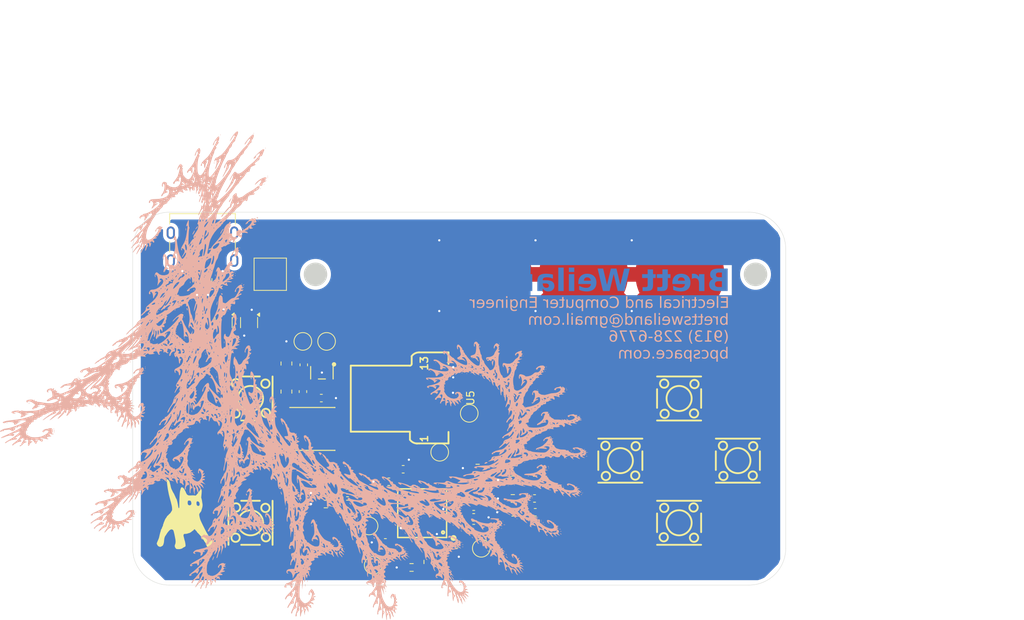
<source format=kicad_pcb>
(kicad_pcb (version 20241229) (generator "pcbnew") (generator_version "9.0")
  (layers (0 "F.Cu" signal) (2 "B.Cu" signal) (13 "F.Paste" user) (15 "B.Paste" user) (5 "F.SilkS" user "F.Silkscreen") (7 "B.SilkS" user "B.Silkscreen") (1 "F.Mask" user) (3 "B.Mask" user) (25 "Edge.Cuts" user))
  (net 0 "")
  (net 1 "GND")
  (net 2 "+3V0")
  (net 3 "Net-(U4-VBAT)")
  (net 4 "Net-(C13-Pad1)")
  (net 5 "Net-(C14-Pad1)")
  (net 6 "Net-(C15-Pad1)")
  (net 7 "Net-(C16-Pad1)")
  (net 8 "Net-(C17-Pad1)")
  (net 9 "Net-(C18-Pad1)")
  (net 10 "Net-(U2-VIN)")
  (net 11 "in_button_a")
  (net 12 "Net-(U4-BOOT0)")
  (net 13 "in_button_b")
  (net 14 "in_button_down")
  (net 15 "in_button_left")
  (net 16 "in_button_right")
  (net 17 "in_button_up")
  (net 18 "unregulated_vcc")
  (net 19 "Net-(U1-FB)")
  (net 20 "spi1_sck")
  (net 21 "Net-(J1-CC1)")
  (net 22 "spi1_mosi")
  (net 23 "Net-(U2-~{CE})")
  (net 24 "Net-(J1-CC2)")
  (net 25 "power_info")
  (net 33 "lcd_reset")
  (net 39 "Net-(U1-SW)")
  (net 45 "Net-(R10-Pad1)")
  (net 49 "spi1_miso")
  (net 53 "lcd_dataselect")
  (net 55 "lcd_cs")
  (net 59 "Net-(U4-NRST)")
  (net 60 "Net-(U4-PA14)")
  (net 61 "Net-(U4-PA13)")
  (footprint "LOGO" (layer "F.Cu") (at 139.84371 122.678069)
    (property "Reference" "G***" (hide yes))
    (property "Value" "LOGO" (hide yes))
  )
  (footprint "Capacitor_SMD:C_0603_1608Metric" (layer "F.Cu") (at 187.369442 122.41021)
    (property "Reference" "C14" (hide yes))
    (property "Value" "2.2uF" (hide yes))
  )
  (footprint "Capacitor_SMD:C_0603_1608Metric" (layer "F.Cu") (at 167.433349 118.253643 180)
    (property "Reference" "C4" (hide yes))
    (property "Value" "100nF" (hide yes))
  )
  (footprint "easyeda2kicad:SW-SMD_4P-L6.0-W6.0-P4.50-LS8.6" (layer "F.Cu") (at 206.951133 106.915534)
    (property "Reference" "b_up1" (hide yes))
    (property "Value" "TSD003A04126A02" (hide yes))
  )
  (footprint "TestPoint:TestPoint_Pad_4.0x4.0mm" (layer "F.Cu") (at 151.296213 89.989223)
    (property "Reference" "TP1" (hide yes))
    (property "Value" "675_positive" (hide yes))
  )
  (footprint "TestPoint:TestPoint_Pad_D2.0mm" (layer "F.Cu") (at 158.963914 99.135976)
    (property "Reference" "unreg_vcc1" (hide yes))
    (property "Value" "unreg_vcc" (hide yes))
  )
  (footprint "Capacitor_SMD:C_0603_1608Metric" (layer "F.Cu") (at 187.273159 120.535261)
    (property "Reference" "C16" (hide yes))
    (property "Value" "2.2uF" (hide yes))
  )
  (footprint "TestPoint:TestPoint_Pad_D2.0mm" (layer "F.Cu") (at 164.750573 124.284125)
    (property "Reference" "SWDIO1" (hide yes))
    (property "Value" "SWDIO" (hide yes))
  )
  (footprint "easyeda2kicad:SOT-23-5_L3.0-W1.7-P0.95-LS2.8-BL" (layer "F.Cu") (at 158.325688 103.405065 180)
    (property "Reference" "U1" (hide yes))
    (property "Value" "MT9216" (hide yes))
  )
  (footprint "Resistor_SMD:R_0603_1608Metric" (layer "F.Cu") (at 174.948734 129.933381)
    (property "Reference" "R10" (hide yes))
    (property "Value" "0" (hide yes))
  )
  (footprint "Capacitor_SMD:C_0603_1608Metric" (layer "F.Cu") (at 176.686855 126.779815)
    (property "Reference" "C12" (hide yes))
    (property "Value" "100nF" (hide yes))
  )
  (footprint "easyeda2kicad:OLED-SMD_ST7735S" (layer "F.Cu") (at 177.014466 106.835534 -90)
    (property "Reference" "U5")
    (property "Value" "N096-1608TBBIG11-H13" (hide yes))
  )
  (footprint "Capacitor_SMD:C_0603_1608Metric" (layer "F.Cu") (at 178.99165 124.571621)
    (property "Reference" "C11" (hide yes))
    (property "Value" ".1uF" (hide yes))
  )
  (footprint "Resistor_SMD:R_0603_1608Metric" (layer "F.Cu") (at 170.530995 129.935313 180)
    (property "Reference" "R11" (hide yes))
    (property "Value" "0" (hide yes))
  )
  (footprint "Package_TO_SOT_SMD:SOT-363_SC-70-6" (layer "F.Cu") (at 148.414155 96.574097 -90)
    (property "Reference" "U3" (hide yes))
    (property "Value" "LM66100DCK" (hide yes))
  )
  (footprint "Resistor_SMD:R_0805_2012Metric" (layer "F.Cu") (at 153.498188 102.147565 90)
    (property "Reference" "R4" (hide yes))
    (property "Value" "100k .01%" (hide yes))
  )
  (footprint "Resistor_SMD:R_0603_1608Metric" (layer "F.Cu") (at 142.831133 90.805534 -90)
    (property "Reference" "R2" (hide yes))
    (property "Value" "5.1k")
  )
  (footprint "Capacitor_SMD:C_0603_1608Metric" (layer "F.Cu") (at 182.485179 116.39855)
    (property "Reference" "C13" (hide yes))
    (property "Value" "2.2uF" (hide yes))
  )
  (footprint "Resistor_SMD:R_0805_2012Metric" (layer "F.Cu") (at 153.498188 105.972565 90)
    (property "Reference" "R3" (hide yes))
    (property "Value" "400k 1%" (hide yes))
  )
  (footprint "Capacitor_SMD:C_0603_1608Metric" (layer "F.Cu") (at 178.99165 121.651621 180)
    (property "Reference" "C8" (hide yes))
    (property "Value" "2.2uF" (hide yes))
  )
  (footprint "Resistor_SMD:R_0603_1608Metric" (layer "F.Cu") (at 184.313159 120.535261)
    (property "Reference" "R9" (hide yes))
    (property "Value" "1k" (hide yes))
  )
  (footprint "Resistor_SMD:R_0603_1608Metric" (layer "F.Cu") (at 158.859256 121.286002)
    (property "Reference" "R13" (hide yes))
    (property "Value" "1k" (hide yes))
  )
  (footprint "Capacitor_SMD:C_0603_1608Metric" (layer "F.Cu") (at 187.257004 118.016635)
    (property "Reference" "C15" (hide yes))
    (property "Value" "2.2uF" (hide yes))
  )
  (footprint "easyeda2kicad:SW-SMD_4P-L6.0-W6.0-P4.50-LS8.6" (layer "F.Cu") (at 214.951133 115.382201)
    (property "Reference" "b_left1" (hide yes))
    (property "Value" "TSD003A04126A02" (hide yes))
  )
  (footprint "Capacitor_SMD:C_0603_1608Metric" (layer "F.Cu") (at 178.99165 123.111621)
    (property "Reference" "C5" (hide yes))
    (property "Value" "100nF" (hide yes))
  )
  (footprint "easyeda2kicad:SW-SMD_4P-L6.0-W6.0-P4.50-LS8.6" (layer "F.Cu") (at 198.951133 115.382201)
    (property "Reference" "b_right1" (hide yes))
    (property "Value" "TSD003A04126A02" (hide yes))
  )
  (footprint "Resistor_SMD:R_0603_1608Metric" (layer "F.Cu") (at 158.853042 119.7874)
    (property "Reference" "R12" (hide yes))
    (property "Value" "1k" (hide yes))
  )
  (footprint "Capacitor_SMD:C_0603_1608Metric" (layer "F.Cu") (at 161.813042 119.7874)
    (property "Reference" "C17" (hide yes))
    (property "Value" "2.2uF" (hide yes))
  )
  (footprint "LOGO" (layer "F.Cu") (at 139.84371 112.108205)
    (property "Reference" "G***" (hide yes))
    (property "Value" "LOGO" (hide yes))
  )
  (footprint "Resistor_SMD:R_0603_1608Metric" (layer "F.Cu") (at 184.409442 122.41021)
    (property "Reference" "R6" (hide yes))
    (property "Value" "1k" (hide yes))
  )
  (footprint "TestPoint:TestPoint_Pad_D2.0mm" (layer "F.Cu") (at 174.362663 114.235371)
    (property "Reference" "TP_mosi1" (hide yes))
    (property "Value" "TestPoint" (hide yes))
  )
  (footprint "indigos_kicad_lib:SAMESKY_UJC-H-G-SMT-2-P6-TR" (layer "F.Cu") (at 142.074466 84.33 180)
    (property "Reference" "J1" (hide yes))
    (property "Value" "USB_C_Receptacle_PowerOnly_6P" (hide yes))
  )
  (footprint "Resistor_SMD:R_0603_1608Metric" (layer "F.Cu") (at 184.297004 118.016635)
    (property "Reference" "R7" (hide yes))
    (property "Value" "1k" (hide yes))
  )
  (footprint "TestPoint:TestPoint_Pad_D2.0mm" (layer "F.Cu") (at 180.021047 127.320001)
    (property "Reference" "tst_nrst1" (hide yes))
    (property "Value" "tst_nrst" (hide yes))
  )
  (footprint "TestPoint:TestPoint_Pad_D2.0mm" (layer "F.Cu") (at 155.734045 99.135976)
    (property "Reference" "TestPoint_gnd1" (hide yes))
    (property "Value" "TestPoint_gnd" (hide yes))
  )
  (footprint "Capacitor_SMD:C_0603_1608Metric" (layer "F.Cu") (at 169.388611 116.553306)
    (property "Reference" "C2" (hide yes))
    (property "Value" "10uF" (hide yes))
  )
  (footprint "TestPoint:TestPoint_Pad_D2.0mm" (layer "F.Cu") (at 178.381844 108.935534)
    (property "Reference" "TP_sck1" (hide yes))
    (property "Value" "TestPoint" (hide yes))
  )
  (footprint "Capacitor_SMD:C_0603_1608Metric" (layer "F.Cu") (at 161.819256 121.286002)
    (property "Reference" "C18" (hide yes))
    (property "Value" "2.2uF" (hide yes))
  )
  (footprint "easyeda2kicad:LQFP-48_L7.0-W7.0-P0.50-LS9.0-BL" (layer "F.Cu") (at 171.990878 122.534125 90)
    (property "Reference" "U4" (hide yes))
    (property "Value" "STM32F103C8T6" (hide yes))
  )
  (footprint "Capacitor_SMD:C_0603_1608Metric" (layer "F.Cu") (at 158.248188 106.860065)
    (property "Reference" "C10" (hide yes))
    (property "Value" "10uF" (hide yes))
  )
  (footprint "Library:battery_holder" (layer "F.Cu") (at 167.753529 90.00238)
    (property "Reference" "U6" (hide yes))
    (property "Value" "~" (hide yes))
    (fp_circle (center -10.3 0) (end -11.9 0) (fill yes) (layer "Edge.Cuts"))
    (fp_circle (center 49.6 0) (end 48 0) (fill yes) (layer "Edge.Cuts"))
  )
  (footprint "easyeda2kicad:SW-SMD_4P-L6.0-W6.0-P4.50-LS8.6" (layer "F.Cu") (at 148.607799 123.848868 90)
    (property "Reference" "b_b1" (hide yes))
    (property "Value" "TSD003A04126A02" (hide yes))
  )
  (footprint "easyeda2kicad:SW-SMD_4P-L6.0-W6.0-P4.50-LS8.6" (layer "F.Cu") (at 206.951133 123.848868 180)
    (property "Reference" "b_down1" (hide yes))
    (property "Value" "TSD003A04126A02" (hide yes))
  )
  (footprint "Resistor_SMD:R_0603_1608Metric" (layer "F.Cu") (at 179.525179 116.39855)
    (property "Reference" "R5" (hide yes))
    (property "Value" "1k" (hide yes))
  )
  (footprint "Capacitor_SMD:C_0603_1608Metric" (layer "F.Cu") (at 155.748188 105.972565 90)
    (property "Reference" "C9" (hide yes))
    (property "Value" "22pF" (hide yes))
  )
  (footprint "Package_TO_SOT_SMD:SOT-363_SC-70-6" (layer "F.Cu") (at 144.950255 96.574097 -90)
    (property "Reference" "U2" (hide yes))
    (property "Value" "LM66100DCK" (hide yes))
  )
  (footprint "TestPoint:TestPoint_Pad_D2.0mm" (layer "F.Cu") (at 165.303801 129.637235)
    (property "Reference" "SWCLK1" (hide yes))
    (property "Value" "SWCLK" (hide yes))
  )
  (footprint "Resistor_SMD:R_0603_1608Metric" (layer "F.Cu") (at 172.740878 129.182482 -90)
    (property "Reference" "R8" (hide yes))
    (property "Value" "10k" (hide yes))
  )
  (footprint "Capacitor_SMD:C_0603_1608Metric" (layer "F.Cu") (at 174.948724 128.478655)
    (property "Reference" "C6" (hide yes))
    (property "Value" "100nF" (hide yes))
  )
  (footprint "indigos_kicad_lib:IND-SMD_L5.8-W5.2" (layer "F.Cu") (at 157.098188 111.060065)
    (property "Reference" "L1" (hide yes))
    (property "Value" "4.7uH" (hide yes))
  )
  (footprint "easyeda2kicad:SW-SMD_4P-L6.0-W6.0-P4.50-LS8.6" (layer "F.Cu") (at 148.607799 106.915534 90)
    (property "Reference" "b_a1" (hide yes))
    (property "Value" "TSD003A04126A02" (hide yes))
  )
  (footprint "Capacitor_SMD:C_0603_1608Metric" (layer "F.Cu") (at 166.965878 126.518684 180)
    (property "Reference" "C3" (hide yes))
    (property "Value" "100nF" (hide yes))
  )
  (footprint "Capacitor_SMD:C_0603_1608Metric" (layer "F.Cu") (at 155.860751 102.332657 -90)
    (property "Reference" "C1" (hide yes))
    (property "Value" "10uF" (hide yes))
  )
  (footprint "Resistor_SMD:R_0603_1608Metric" (layer "F.Cu") (at 141.331133 90.805534 -90)
    (property "Reference" "R1" (hide yes))
    (property "Value" "5.1k")
  )
  (footprint "LOGO" (layer "B.Cu") (at 154.509245 103.675705 180)
    (property "Reference" "G***" (hide yes))
    (property "Value" "LOGO" (hide yes))
  )
  (gr_line (start 137.564466 132.335534) (end 216.464466 132.335534) (stroke (width 0.05)) (layer "Edge.Cuts"))
  (gr_arc (start 137.564466 132.335534) (mid 134.028932 130.871068) (end 132.564466 127.335534) (stroke (width 0.05)) (layer "Edge.Cuts"))
  (gr_line (start 132.564466 86.535534) (end 132.564466 127.335534) (stroke (width 0.05)) (layer "Edge.Cuts"))
  (gr_arc (start 216.464466 81.535534) (mid 220 83) (end 221.464466 86.535534) (stroke (width 0.05)) (layer "Edge.Cuts"))
  (gr_line (start 221.464466 127.335534) (end 221.464466 86.535534) (stroke (width 0.05)) (layer "Edge.Cuts"))
  (gr_line (start 216.464466 81.535534) (end 137.564466 81.535534) (stroke (width 0.05)) (layer "Edge.Cuts"))
  (gr_arc (start 132.564466 86.535534) (mid 134.028932 83) (end 137.564466 81.535534) (stroke (width 0.05)) (layer "Edge.Cuts"))
  (gr_arc (start 221.464466 127.335534) (mid 220 130.871068) (end 216.464466 132.335534) (stroke (width 0.05)) (layer "Edge.Cuts"))
  (gr_text "Brett Weiland" (at 213.949245 89.270705 -0) (layer "B.Cu") (effects (font (size 3 3) (thickness 0.2) (bold yes)) (justify left top mirror)))
  (gr_text "Electrical and Computer Engineer" (at 213.799245 93.070705 -0) (layer "B.SilkS") (effects (font (size 1.5 1.5)) (justify left top mirror)))
  (gr_text "brettsweiland@gmail.com" (at 213.739245 95.370705 -0) (layer "B.SilkS") (effects (font (size 1.5 1.5)) (justify left top mirror)))
  (gr_text "(913) 228-6776" (at 213.759245 97.670705 -0) (layer "B.SilkS") (effects (font (size 1.5 1.5)) (justify left top mirror)))
  (gr_text "bpcspace.com" (at 213.739245 99.970705 -0) (layer "B.SilkS") (effects (font (size 1.5 1.5)) (justify left top mirror)))
  (segment (start 182.407094 90.00238) (end 187.403529 94.998815) (width 2) (layer "F.Cu") (net 1))
  (segment (start 158.034256 121.286002) (end 156.851445 121.286002) (width 0.25) (layer "F.Cu") (net 1))
  (segment (start 180.853529 90.00238) (end 182.407094 90.00238) (width 2) (layer "F.Cu") (net 1))
  (segment (start 207.053529 90.00238) (end 205.499964 90.00238) (width 2) (layer "F.Cu") (net 1))
  (segment (start 169.307094 90.00238) (end 174.303529 94.998815) (width 2) (layer "F.Cu") (net 1))
  (segment (start 169.705995 129.935313) (end 168.508983 129.935313) (width 0.25) (layer "F.Cu") (net 1))
  (segment (start 179.76665 123.111621) (end 181.015522 123.111621) (width 0.25) (layer "F.Cu") (net 1))
  (segment (start 158.325688 102.255065) (end 158.325688 103.383231) (width 0.5) (layer "F.Cu") (net 1))
  (segment (start 193.953529 90.00238) (end 195.86673 90.00238) (width 2) (layer "F.Cu") (net 1))
  (segment (start 176.964712 128.478655) (end 175.723724 128.478655) (width 0.25) (layer "F.Cu") (net 1))
  (segment (start 179.76665 124.571621) (end 179.76665 123.111621) (width 0.25) (layer "F.Cu") (net 1))
  (segment (start 167.740878 124.784125) (end 166.946477 124.784125) (width 0.25) (layer "F.Cu") (net 1))
  (segment (start 167.753529 90.00238) (end 169.66673 90.00238) (width 2) (layer "F.Cu") (net 1))
  (segment (start 167.753529 90.00238) (end 169.307094 90.00238) (width 2) (layer "F.Cu") (net 1))
  (segment (start 169.740878 118.284125) (end 169.740878 116.976039) (width 0.25) (layer "F.Cu") (net 1))
  (segment (start 166.190878 126.518684) (end 165.117727 126.518684) (width 0.25) (layer "F.Cu") (net 1))
  (segment (start 205.140328 90.00238) (end 200.503529 85.365581) (width 2) (layer "F.Cu") (net 1))
  (segment (start 148.414155 95.187973) (end 148.414155 95.624097) (width 0.25) (layer "F.Cu") (net 1))
  (segment (start 180.853529 90.00238) (end 167.753529 90.00238) (width 2) (layer "F.Cu") (net 1))
  (segment (start 148.773765 94.828363) (end 148.414155 95.187973) (width 0.25) (layer "F.Cu") (net 1))
  (segment (start 144.824466 89.555534) (end 144.824466 88.21) (width 0.5) (layer "F.Cu") (net 1))
  (segment (start 155.860751 103.107657) (end 156.136325 103.383231) (width 0.25) (layer "F.Cu") (net 1))
  (segment (start 174.559466 106.135534) (end 176.171148 106.135534) (width 0.5) (layer "F.Cu") (net 1))
  (segment (start 169.740878 116.976039) (end 170.163611 116.553306) (width 0.25) (layer "F.Cu") (net 1))
  (segment (start 180.853529 90.00238) (end 178.940328 90.00238) (width 2) (layer "F.Cu") (net 1))
  (segment (start 155.734045 99.135976) (end 153.498163 99.135976) (width 0.5) (layer "F.Cu") (net 1))
  (segment (start 147.914154 98.349097) (end 147.752869 98.349097) (width 0.25) (layer "F.Cu") (net 1))
  (segment (start 178.700179 116.39855) (end 177.51654 116.39855) (width 0.25) (layer "F.Cu") (net 1))
  (segment (start 179.76665 123.111621) (end 179.76665 121.651621) (width 0.25) (layer "F.Cu") (net 1))
  (segment (start 139.324466 88.21) (end 139.324466 89.548867) (width 0.5) (layer "F.Cu") (net 1))
  (segment (start 182.76673 90.00238) (end 187.403529 85.365581) (width 2) (layer "F.Cu") (net 1))
  (segment (start 207.053529 90.00238) (end 193.953529 90.00238) (width 2) (layer "F.Cu") (net 1))
  (segment (start 153.498188 99.136001) (end 153.493954 99.131767) (width 0.25) (layer "F.Cu") (net 1))
  (segment (start 193.953529 90.00238) (end 192.399964 90.00238) (width 2) (layer "F.Cu") (net 1))
  (segment (start 159.023188 106.860065) (end 160.238628 106.860065) (width 0.5) (layer "F.Cu") (net 1))
  (segment (start 141.331133 91.630534) (end 141.331133 92.805534) (width 0.2) (layer "F.Cu") (net 1))
  (segment (start 166.190878 125.539724) (end 166.190878 126.518684) (width 0.25) (layer "F.Cu") (net 1))
  (segment (start 174.559466 102.635534) (end 176.199643 102.635534) (width 0.5) (layer "F.Cu") (net 1))
  (segment (start 175.041178 121.784125) (end 174.846241 121.979062) (width 0.25) (layer "F.Cu") (net 1))
  (segment (start 180.853529 90.00238) (end 182.76673 90.00238) (width 2) (layer "F.Cu") (net 1))
  (segment (start 153.498188 101.235065) (end 153.634956 101.235065) (width 0.25) (layer "F.Cu") (net 1))
  (segment (start 166.658349 118.253643) (end 165.351439 118.253643) (width 0.25) (layer "F.Cu") (net 1))
  (segment (start 174.240878 125.643287) (end 173.978553 125.380962) (width 0.25) (layer "F.Cu") (net 1))
  (segment (start 142.831133 91.630534) (end 142.831133 92.805534) (width 0.2) (layer "F.Cu") (net 1))
  (segment (start 207.053529 90.00238) (end 205.140328 90.00238) (width 2) (layer "F.Cu") (net 1))
  (segment (start 183.488159 120.535261) (end 182.290644 120.535261) (width 0.25) (layer "F.Cu") (net 1))
  (segment (start 174.240878 126.784125) (end 174.240878 125.643287) (width 0.25) (layer "F.Cu") (net 1))
  (segment (start 179.299964 90.00238) (end 174.303529 94.998815) (width 2) (layer "F.Cu") (net 1))
  (segment (start 158.028042 119.7874) (end 156.828555 119.7874) (width 0.25) (layer "F.Cu") (net 1))
  (segment (start 176.240878 121.784125) (end 175.041178 121.784125) (width 0.25) (layer "F.Cu") (net 1))
  (segment (start 169.66673 90.00238) (end 174.303529 85.365581) (width 2) (layer "F.Cu") (net 1))
  (segment (start 170.163611 116.553306) (end 170.163611 115.257278) (width 0.5) (layer "F.Cu") (net 1))
  (segment (start 148.414155 97.524097) (end 148.414155 97.849096) (width 0.25) (layer "F.Cu") (net 1))
  (segment (start 178.940328 90.00238) (end 174.303529 85.365581) (width 2) (layer "F.Cu") (net 1))
  (segment (start 156.136325 103.383231) (end 158.325688 103.383231) (width 0.5) (layer "F.Cu") (net 1))
  (segment (start 153.498163 99.135976) (end 153.493954 99.131767) (width 0.25) (layer "F.Cu") (net 1))
  (segment (start 195.507094 90.00238) (end 200.503529 94.998815) (width 2) (layer "F.Cu") (net 1))
  (segment (start 139.324466 89.548867) (end 139.331133 89.555534) (width 0.2) (layer "F.Cu") (net 1))
  (segment (start 192.399964 90.00238) (end 187.403529 94.998815) (width 2) (layer "F.Cu") (net 1))
  (segment (start 193.953529 90.00238) (end 195.507094 90.00238) (width 2) (layer "F.Cu") (net 1))
  (segment (start 205.499964 90.00238) (end 200.503529 94.998815) (width 2) (layer "F.Cu") (net 1))
  (segment (start 193.953529 90.00238) (end 192.040328 90.00238) (width 2) (layer "F.Cu") (net 1))
  (segment (start 165.351439 118.253643) (end 165.338703 118.240907) (width 0.25) (layer "F.Cu") (net 1))
  (segment (start 183.584442 122.41021) (end 182.194361 122.41021) (width 0.25) (layer "F.Cu") (net 1))
  (segment (start 192.040328 90.00238) (end 187.403529 85.365581) (width 2) (layer "F.Cu") (net 1))
  (segment (start 180.853529 90.00238) (end 179.299964 90.00238) (width 2) (layer "F.Cu") (net 1))
  (segment (start 166.946477 124.784125) (end 166.190878 125.539724) (width 0.25) (layer "F.Cu") (net 1))
  (segment (start 148.414155 97.849096) (end 147.914154 98.349097) (width 0.25) (layer "F.Cu") (net 1))
  (segment (start 168.854515 124.784125) (end 169.05776 124.58088) (width 0.25) (layer "F.Cu") (net 1))
  (segment (start 153.498188 101.235065) (end 153.498188 99.136001) (width 0.5) (layer "F.Cu") (net 1))
  (segment (start 195.86673 90.00238) (end 200.503529 85.365581) (width 2) (layer "F.Cu") (net 1))
  (segment (start 144.950255 95.624097) (end 144.950255 94.780685) (width 0.25) (layer "F.Cu") (net 1))
  (segment (start 193.953529 90.00238) (end 180.853529 90.00238) (width 2) (layer "F.Cu") (net 1))
  (segment (start 174.559466 104.035534) (end 176.199643 104.035534) (width 0.5) (layer "F.Cu") (net 1))
  (segment (start 167.740878 124.784125) (end 168.854515 124.784125) (width 0.25) (layer "F.Cu") (net 1))
  (segment (start 183.472004 118.016635) (end 182.306799 118.016635) (width 0.25) (layer "F.Cu") (net 1))
  (via (at 158.325688 103.383231) (size 0.6) (drill 0.3) (layers "F.Cu" "B.Cu") (net 1))
  (via (at 174.846241 121.979062) (size 0.6) (drill 0.3) (layers "F.Cu" "B.Cu") (net 1))
  (via (at 176.199643 104.035534) (size 0.6) (drill 0.3) (layers "F.Cu" "B.Cu") (net 1))
  (via (at 165.117727 126.518684) (size 0.6) (drill 0.3) (layers "F.Cu" "B.Cu") (net 1))
  (via (at 169.05776 124.58088) (size 0.6) (drill 0.3) (layers "F.Cu" "B.Cu") (net 1))
  (via (at 174.303529 85.365581) (size 1) (drill 0.3) (layers "F.Cu" "B.Cu") (net 1))
  (via (at 187.403529 85.365581) (size 1) (drill 0.3) (layers "F.Cu" "B.Cu") (net 1))
  (via (at 156.828555 119.7874) (size 0.6) (drill 0.3) (layers "F.Cu" "B.Cu") (net 1))
  (via (at 177.51654 116.39855) (size 0.6) (drill 0.3) (layers "F.Cu" "B.Cu") (net 1))
  (via (at 176.199643 102.635534) (size 0.6) (drill 0.3) (layers "F.Cu" "B.Cu") (net 1))
  (via (at 182.290644 120.535261) (size 0.6) (drill 0.3) (layers "F.Cu" "B.Cu") (net 1))
  (via (at 147.752869 98.349097) (size 0.6) (drill 0.3) (layers "F.Cu" "B.Cu") (net 1))
  (via (at 148.773765 94.828363) (size 0.6) (drill 0.3) (layers "F.Cu" "B.Cu") (net 1))
  (via (at 144.950255 94.780685) (size 0.6) (drill 0.3) (layers "F.Cu" "B.Cu") (net 1))
  (via (at 187.403529 94.998815) (size 1) (drill 0.3) (layers "F.Cu" "B.Cu") (net 1))
  (via (at 200.503529 85.365581) (size 1) (drill 0.3) (layers "F.Cu" "B.Cu") (net 1))
  (via (at 168.508983 129.935313) (size 0.6) (drill 0.3) (layers "F.Cu" "B.Cu") (net 1))
  (via (at 142.831133 92.805534) (size 0.6) (drill 0.3) (layers "F.Cu" "B.Cu") (net 1))
  (via (at 182.194361 122.41021) (size 0.6) (drill 0.3) (layers "F.Cu" "B.Cu") (net 1))
  (via (at 176.171148 106.135534) (size 0.6) (drill 0.3) (layers "F.Cu" "B.Cu") (net 1))
  (via (at 153.493954 99.131767) (size 0.6) (drill 0.3) (layers "F.Cu" "B.Cu") (net 1))
  (via (at 182.306799 118.016635) (size 0.6) (drill 0.3) (layers "F.Cu" "B.Cu") (net 1))
  (via (at 160.238628 106.860065) (size 0.6) (drill 0.3) (layers "F.Cu" "B.Cu") (net 1))
  (via (at 144.824466 89.555534) (size 0.6) (drill 0.3) (layers "F.Cu" "B.Cu") (net 1))
  (via (at 141.331133 92.805534) (size 0.6) (drill 0.3) (layers "F.Cu" "B.Cu") (net 1))
  (via (at 174.303529 94.998815) (size 1) (drill 0.3) (layers "F.Cu" "B.Cu") (net 1))
  (via (at 173.978553 125.380962) (size 0.6) (drill 0.3) (layers "F.Cu" "B.Cu") (net 1))
  (via (at 156.851445 121.286002) (size 0.6) (drill 0.3) (layers "F.Cu" "B.Cu") (net 1))
  (via (at 200.503529 94.998815) (size 1) (drill 0.3) (layers "F.Cu" "B.Cu") (net 1))
  (via (at 139.331133 89.555534) (size 0.6) (drill 0.3) (layers "F.Cu" "B.Cu") (net 1))
  (via (at 165.338703 118.240907) (size 0.6) (drill 0.3) (layers "F.Cu" "B.Cu") (net 1))
  (via (at 181.015522 123.111621) (size 0.6) (drill 0.3) (layers "F.Cu" "B.Cu") (net 1))
  (via (at 176.964712 128.478655) (size 0.6) (drill 0.3) (layers "F.Cu" "B.Cu") (net 1))
  (via (at 170.163611 115.257278) (size 0.6) (drill 0.3) (layers "F.Cu" "B.Cu") (net 1))
  (segment (start 169.68376 124.840178) (end 169.68376 119.649239) (width 0.25) (layer "F.Cu") (net 2))
  (segment (start 172.374458 121.284125) (end 176.240878 121.284125) (width 0.25) (layer "F.Cu") (net 2))
  (segment (start 166.258642 116.553306) (end 163.966401 114.261065) (width 0.5) (layer "F.Cu") (net 2))
  (segment (start 154.768188 111.552065) (end 154.768188 111.060065) (width 0.5) (layer "F.Cu") (net 2))
  (segment (start 154.768188 113.2016) (end 154.768188 111.060065) (width 0.25) (layer "F.Cu") (net 2))
  (segment (start 210.951133 113.132201) (end 218.951133 113.132201) (width 0.25) (layer "F.Cu") (net 2))
  (segment (start 167.740878 125.284125) (end 169.239813 125.284125) (width 0.25) (layer "F.Cu") (net 2))
  (segment (start 155.860688 106.860065) (end 155.748188 106.747565) (width 0.5) (layer "F.Cu") (net 2))
  (segment (start 169.240878 119.206358) (end 171.318645 121.284125) (width 0.25) (layer "F.Cu") (net 2))
  (segment (start 169.68376 119.649239) (end 169.240878 119.206358) (width 0.25) (layer "F.Cu") (net 2))
  (segment (start 220.177133 118.558201) (end 212.636466 126.098868) (width 0.25) (layer "F.Cu") (net 2))
  (segment (start 178.21665 123.111621) (end 178.21665 121.651621) (width 0.25) (layer "F.Cu") (net 2))
  (segment (start 174.559466 103.335534) (end 173.057466 103.335534) (width 0.5) (layer "F.Cu") (net 2))
  (segment (start 218.951133 113.132201) (end 220.177133 114.358201) (width 0.25) (layer "F.Cu") (net 2))
  (segment (start 169.240878 118.284125) (end 169.240878 117.180573) (width 0.25) (layer "F.Cu") (net 2))
  (segment (start 155.748188 106.747565) (end 153.635688 106.747565) (width 0.5) (layer "F.Cu") (net 2))
  (segment (start 169.240878 118.284125) (end 168.238831 118.284125) (width 0.25) (layer "F.Cu") (net 2))
  (segment (start 174.319008 128.478655) (end 175.773734 129.933381) (width 0.25) (layer "F.Cu") (net 2))
  (segment (start 167.740878 125.284125) (end 167.740878 126.518684) (width 0.25) (layer "F.Cu") (net 2))
  (segment (start 174.559466 103.335534) (end 201.621133 103.335534) (width 0.25) (layer "F.Cu") (net 2))
  (segment (start 212.177133 105.891534) (end 212.177133 111.906201) (width 0.25) (layer "F.Cu") (net 2))
  (segment (start 212.177133 111.906201) (end 210.951133 113.132201) (width 0.25) (layer "F.Cu") (net 2))
  (segment (start 151.783799 129.074868) (end 147.583799 129.074868) (width 0.25) (layer "F.Cu") (net 2))
  (segment (start 194.951133 113.132201) (end 202.951133 113.132201) (width 0.25) (layer "F.Cu") (net 2))
  (segment (start 168.238831 118.284125) (end 168.208349 118.253643) (width 0.25) (layer "F.Cu") (net 2))
  (segment (start 157.473188 106.860065) (end 155.860688 106.860065) (width 0.5) (layer "F.Cu") (net 2))
  (segment (start 212.636466 126.098868) (end 210.951133 126.098868) (width 0.25) (layer "F.Cu") (net 2))
  (segment (start 174.740878 126.784125) (end 174.740878 123.650545) (width 0.25) (layer "F.Cu") (net 2))
  (segment (start 210.951133 104.665534) (end 212.177133 105.891534) (width 0.25) (layer "F.Cu") (net 2))
  (segment (start 166.939878 127.319684) (end 153.538983 127.319684) (width 0.25) (layer "F.Cu") (net 2))
  (segment (start 202.951133 104.665534) (end 210.951133 104.665534) (width 0.25) (layer "F.Cu") (net 2))
  (segment (start 174.740878 123.650545) (end 172.374458 121.284125) (width 0.25) (layer "F.Cu") (net 2))
  (segment (start 174.173724 128.478655) (end 174.740878 127.911501) (width 0.25) (layer "F.Cu") (net 2))
  (segment (start 154.768188 111.060065) (end 154.768188 112.310065) (width 0.25) (layer "F.Cu") (net 2))
  (segment (start 172.210188 104.182812) (end 172.210188 106.017278) (width 0.5) (layer "F.Cu") (net 2))
  (segment (start 174.173724 128.478655) (end 174.319008 128.478655) (width 0.25) (layer "F.Cu") (net 2))
  (segment (start 172.210188 105.484812) (end 172.210188 106.017278) (width 0.5) (layer "F.Cu") (net 2))
  (segment (start 199.11662 129.933381) (end 175.773734 129.933381) (width 0.25) (layer "F.Cu") (net 2))
  (segment (start 153.635688 106.747565) (end 153.498188 106.885065) (width 0.5) (layer "F.Cu") (net 2))
  (segment (start 153.498188 106.885065) (end 153.498188 109.790065) (width 0.5) (layer "F.Cu") (net 2))
  (segment (start 202.951133 113.132201) (end 210.951133 113.132201) (width 0.25) (layer "F.Cu") (net 2))
  (segment (start 168.613611 116.553306) (end 166.258642 116.553306) (width 0.5) (layer "F.Cu") (net 2))
  (segment (start 202.951133 126.098868) (end 199.11662 129.933381) (width 0.25) (layer "F.Cu") (net 2))
  (segment (start 174.559466 104.735534) (end 172.959466 104.735534) (width 0.5) (layer "F.Cu") (net 2))
  (segment (start 169.240878 117.180573) (end 168.613611 116.553306) (width 0.25) (layer "F.Cu") (net 2))
  (segment (start 178.21665 121.651621) (end 177.849154 121.284125) (width 0.25) (layer "F.Cu") (net 2))
  (segment (start 166.939878 127.319684) (end 167.740878 126.518684) (width 0.25) (layer "F.Cu") (net 2))
  (segment (start 146.357799 127.848868) (end 146.357799 119.848868) (width 0.25) (layer "F.Cu") (net 2))
  (segment (start 172.959466 104.735534) (end 172.210188 105.484812) (width 0.5) (layer "F.Cu") (net 2))
  (segment (start 163.966401 114.261065) (end 157.477188 114.261065) (width 0.5) (layer "F.Cu") (net 2))
  (segment (start 172.210188 106.017278) (end 163.966401 114.261065) (width 0.5) (layer "F.Cu") (net 2))
  (segment (start 153.498188 109.790065) (end 154.768188 111.060065) (width 0.5) (layer "F.Cu") (net 2))
  (segment (start 171.318645 121.284125) (end 172.374458 121.284125) (width 0.25) (layer "F.Cu") (net 2))
  (segment (start 146.357799 110.915534) (end 146.357799 102.915534) (width 0.25) (layer "F.Cu") (net 2))
  (segment (start 175.907545 126.784125) (end 175.911855 126.779815) (width 0.25) (layer "F.Cu") (net 2))
  (segment (start 146.357799 110.915534) (end 146.357799 119.848868) (width 0.25) (layer "F.Cu") (net 2))
  (segment (start 174.740878 126.784125) (end 175.907545 126.784125) (width 0.25) (layer "F.Cu") (net 2))
  (segment (start 177.849154 121.284125) (end 176.240878 121.284125) (width 0.25) (layer "F.Cu") (net 2))
  (segment (start 220.177133 114.358201) (end 220.177133 118.558201) (width 0.25) (layer "F.Cu") (net 2))
  (segment (start 157.477188 114.261065) (end 154.768188 111.552065) (width 0.5) (layer "F.Cu") (net 2))
  (segment (start 169.240878 118.284125) (end 169.240878 119.206358) (width 0.25) (layer "F.Cu") (net 2))
  (segment (start 153.538983 127.319684) (end 151.783799 129.074868) (width 0.25) (layer "F.Cu") (net 2))
  (segment (start 147.583799 129.074868) (end 146.357799 127.848868) (width 0.25) (layer "F.Cu") (net 2))
  (segment (start 169.239813 125.284125) (end 169.68376 124.840178) (width 0.25) (layer "F.Cu") (net 2))
  (segment (start 174.740878 127.911501) (end 174.740878 126.784125) (width 0.25) (layer "F.Cu") (net 2))
  (segment (start 173.057466 103.335534) (end 172.210188 104.182812) (width 0.5) (layer "F.Cu") (net 2))
  (segment (start 201.621133 103.335534) (end 202.951133 104.665534) (width 0.25) (layer "F.Cu") (net 2))
  (segment (start 202.951133 126.098868) (end 210.951133 126.098868) (width 0.25) (layer "F.Cu") (net 2))
  (segment (start 176.240878 125.284125) (end 176.240878 125.558838) (width 0.25) (layer "F.Cu") (net 3))
  (segment (start 176.240878 125.558838) (end 177.461855 126.779815) (width 0.25) (layer "F.Cu") (net 3))
  (segment (start 180.350179 116.39855) (end 181.710179 116.39855) (width 0.25) (layer "F.Cu") (net 4))
  (segment (start 185.234442 122.41021) (end 186.594442 122.41021) (width 0.25) (layer "F.Cu") (net 5))
  (segment (start 185.122004 118.016635) (end 186.482004 118.016635) (width 0.25) (layer "F.Cu") (net 6))
  (segment (start 185.138159 120.535261) (end 186.498159 120.535261) (width 0.25) (layer "F.Cu") (net 7))
  (segment (start 159.678042 119.7874) (end 161.038042 119.7874) (width 0.25) (layer "F.Cu") (net 8))
  (segment (start 159.684256 121.286002) (end 161.044256 121.286002) (width 0.25) (layer "F.Cu") (net 9))
  (segment (start 145.600255 95.624097) (end 147.764155 95.624097) (width 0.25) (layer "F.Cu") (net 10))
  (segment (start 147.764155 93.521281) (end 151.296213 89.989223) (width 0.5) (layer "F.Cu") (net 10))
  (segment (start 147.764155 95.624097) (end 147.764155 93.521281) (width 0.5) (layer "F.Cu") (net 10))
  (segment (start 161.787042 118.9864) (end 162.588042 119.7874) (width 0.25) (layer "F.Cu") (net 11))
  (segment (start 150.857799 114.597324) (end 155.246875 118.9864) (width 0.25) (layer "F.Cu") (net 11))
  (segment (start 155.246875 118.9864) (end 161.787042 118.9864) (width 0.25) (layer "F.Cu") (net 11))
  (segment (start 162.588042 119.7874) (end 163.084767 120.284125) (width 0.25) (layer "F.Cu") (net 11))
  (segment (start 150.857799 110.915534) (end 150.857799 114.597324) (width 0.25) (layer "F.Cu") (net 11))
  (segment (start 150.857799 110.915534) (end 150.857799 102.915534) (width 0.25) (layer "F.Cu") (net 11))
  (segment (start 163.084767 120.284125) (end 167.740878 120.284125) (width 0.25) (layer "F.Cu") (net 11))
  (segment (start 172.740878 126.784125) (end 172.740878 128.357482) (width 0.25) (layer "F.Cu") (net 12))
  (segment (start 162.594256 121.286002) (end 157.135658 126.7446) (width 0.25) (layer "F.Cu") (net 13))
  (segment (start 157.135658 126.7446) (end 151.962067 126.7446) (width 0.25) (layer "F.Cu") (net 13))
  (segment (start 163.096133 120.784125) (end 162.594256 121.286002) (width 0.25) (layer "F.Cu") (net 13))
  (segment (start 151.962067 126.7446) (end 150.857799 127.848868) (width 0.25) (layer "F.Cu") (net 13))
  (segment (start 150.857799 119.848868) (end 150.857799 127.848868) (width 0.25) (layer "F.Cu") (net 13))
  (segment (start 167.740878 120.784125) (end 163.096133 120.784125) (width 0.25) (layer "F.Cu") (net 13))
  (segment (start 188.144442 122.41021) (end 202.139791 122.41021) (width 0.25) (layer "F.Cu") (net 14))
  (segment (start 181.995726 121.60921) (end 181.170641 120.784125) (width 0.25) (layer "F.Cu") (net 14))
  (segment (start 202.139791 122.41021) (end 202.951133 121.598868) (width 0.25) (layer "F.Cu") (net 14))
  (segment (start 188.241831 122.41021) (end 187.440831 121.60921) (width 0.25) (layer "F.Cu") (net 14))
  (segment (start 210.951133 121.598868) (end 202.951133 121.598868) (width 0.25) (layer "F.Cu") (net 14))
  (segment (start 181.170641 120.784125) (end 176.240878 120.784125) (width 0.25) (layer "F.Cu") (net 14))
  (segment (start 187.440831 121.60921) (end 181.995726 121.60921) (width 0.25) (layer "F.Cu") (net 14))
  (segment (start 188.032004 118.016635) (end 187.093568 118.955071) (width 0.25) (layer "F.Cu") (net 15))
  (segment (start 193.725133 116.706201) (end 210.025133 116.706201) (width 0.25) (layer "F.Cu") (net 15))
  (segment (start 210.025133 116.706201) (end 210.951133 117.632201) (width 0.25) (layer "F.Cu") (net 15))
  (segment (start 210.951133 117.632201) (end 218.951133 117.632201) (width 0.25) (layer "F.Cu") (net 15))
  (segment (start 193.725133 116.706201) (end 192.414699 118.016635) (width 0.25) (layer "F.Cu") (net 15))
  (segment (start 192.414699 118.016635) (end 188.032004 118.016635) (width 0.25) (layer "F.Cu") (net 15))
  (segment (start 177.069932 118.955071) (end 176.240878 119.784125) (width 0.25) (layer "F.Cu") (net 15))
  (segment (start 187.093568 118.955071) (end 177.069932 118.955071) (width 0.25) (layer "F.Cu") (net 15))
  (segment (start 192.048073 120.535261) (end 194.951133 117.632201) (width 0.25) (layer "F.Cu") (net 16))
  (segment (start 188.048159 120.535261) (end 192.048073 120.535261) (width 0.25) (layer "F.Cu") (net 16))
  (segment (start 187.063174 119.406071) (end 178.118932 119.406071) (width 0.25) (layer "F.Cu") (net 16))
  (segment (start 178.118932 119.406071) (end 177.240878 120.284125) (width 0.25) (layer "F.Cu") (net 16))
  (segment (start 194.951133 117.632201) (end 202.951133 117.632201) (width 0.25) (layer "F.Cu") (net 16))
  (segment (start 188.048159 120.391056) (end 187.063174 119.406071) (width 0.25) (layer "F.Cu") (net 16))
  (segment (start 188.048159 120.535261) (end 188.048159 120.391056) (width 0.25) (layer "F.Cu") (net 16))
  (segment (start 177.240878 120.284125) (end 176.090878 120.284125) (width 0.25) (layer "F.Cu") (net 16))
  (segment (start 202.951133 109.165534) (end 196.7658 109.165534) (width 0.25) (layer "F.Cu") (net 17))
  (segment (start 189.532784 116.39855) (end 183.260179 116.39855) (width 0.25) (layer "F.Cu") (net 17))
  (segment (start 182.306263 117.352466) (end 175.672537 117.352466) (width 0.25) (layer "F.Cu") (net 17))
  (segment (start 183.260179 116.39855) (end 182.306263 117.352466) (width 0.25) (layer "F.Cu") (net 17))
  (segment (start 196.7658 109.165534) (end 189.532784 116.39855) (width 0.25) (layer "F.Cu") (net 17))
  (segment (start 202.951133 109.165534) (end 210.951133 109.165534) (width 0.25) (layer "F.Cu") (net 17))
  (segment (start 175.672537 117.352466) (end 174.740878 118.284125) (width 0.25) (layer "F.Cu") (net 17))
  (segment (start 159.275688 101.478065) (end 159.275688 102.255065) (width 0.5) (layer "F.Cu") (net 18))
  (segment (start 157.375688 101.478065) (end 157.629688 101.224065) (width 0.5) (layer "F.Cu") (net 18))
  (segment (start 149.064155 98.099886) (end 149.064155 97.524097) (width 0.5) (layer "F.Cu") (net 18))
  (segment (start 145.600255 97.524097) (end 147.176255 99.100097) (width 0.5) (layer "F.Cu") (net 18))
  (segment (start 149.064155 97.524097) (end 157.352035 97.524097) (width 0.5) (layer "F.Cu") (net 18))
  (segment (start 155.860751 101.557657) (end 157.296096 101.557657) (width 0.5) (layer "F.Cu") (net 18))
  (segment (start 158.963914 99.135976) (end 158.963914 101.166291) (width 0.5) (layer "F.Cu") (net 18))
  (segment (start 157.375688 102.255065) (end 157.375688 101.478065) (width 0.5) (layer "F.Cu") (net 18))
  (segment (start 158.963914 101.166291) (end 159.021688 101.224065) (width 0.5) (layer "F.Cu") (net 18))
  (segment (start 159.021688 101.224065) (end 159.275688 101.478065) (width 0.5) (layer "F.Cu") (net 18))
  (segment (start 157.296096 101.557657) (end 157.375688 101.478065) (width 0.5) (layer "F.Cu") (net 18))
  (segment (start 157.352035 97.524097) (end 158.963914 99.135976) (width 0.5) (layer "F.Cu") (net 18))
  (segment (start 148.063944 99.100097) (end 149.064155 98.099886) (width 0.5) (layer "F.Cu") (net 18))
  (segment (start 157.629688 101.224065) (end 159.021688 101.224065) (width 0.5) (layer "F.Cu") (net 18))
  (segment (start 147.176255 99.100097) (end 148.063944 99.100097) (width 0.5) (layer "F.Cu") (net 18))
  (segment (start 153.498188 105.060065) (end 153.498188 103.060065) (width 0.5) (layer "F.Cu") (net 19))
  (segment (start 156.733188 105.197565) (end 157.375688 104.555065) (width 0.5) (layer "F.Cu") (net 19))
  (segment (start 155.610688 105.060065) (end 155.748188 105.197565) (width 0.35) (layer "F.Cu") (net 19))
  (segment (start 153.498188 105.060065) (end 155.610688 105.060065) (width 0.5) (layer "F.Cu") (net 19))
  (segment (start 155.748188 105.197565) (end 156.733188 105.197565) (width 0.5) (layer "F.Cu") (net 19))
  (segment (start 173.740878 117.517173) (end 173.740878 118.284125) (width 0.25) (layer "F.Cu") (net 20))
  (segment (start 176.210538 109.334606) (end 176.210538 115.047513) (width 0.25) (layer "F.Cu") (net 20))
  (segment (start 174.559466 108.935534) (end 175.811466 108.935534) (width 0.25) (layer "F.Cu") (net 20))
  (segment (start 176.210538 115.047513) (end 173.740878 117.517173) (width 0.25) (layer "F.Cu") (net 20))
  (segment (start 178.381844 108.935534) (end 174.559466 108.935534) (width 0.25) (layer "F.Cu") (net 20))
  (segment (start 175.811466 108.935534) (end 176.210538 109.334606) (width 0.25) (layer "F.Cu") (net 20))
  (segment (start 142.574466 88.21) (end 142.574466 89.723867) (width 0.35) (layer "F.Cu") (net 21))
  (segment (start 142.574466 89.723867) (end 142.831133 89.980534) (width 0.2) (layer "F.Cu") (net 21))
  (segment (start 174.559466 109.635534) (end 173.307466 109.635534) (width 0.25) (layer "F.Cu") (net 22))
  (segment (start 172.740878 110.202122) (end 172.740878 118.284125) (width 0.25) (layer "F.Cu") (net 22))
  (segment (start 172.740878 115.857156) (end 174.362663 114.235371) (width 0.25) (layer "F.Cu") (net 22))
  (segment (start 173.307466 109.635534) (end 172.740878 110.202122) (width 0.25) (layer "F.Cu") (net 22))
  (segment (start 172.740878 118.284125) (end 172.740878 115.857156) (width 0.25) (layer "F.Cu") (net 22))
  (segment (start 144.300255 95.949096) (end 144.300255 95.624097) (width 0.25) (layer "F.Cu") (net 23))
  (segment (start 143.594466 88.21) (end 143.757133 88.372667) (width 0.5) (layer "F.Cu") (net 23))
  (segment (start 143.594466 87.378) (end 143.594466 88.21) (width 0.5) (layer "F.Cu") (net 23))
  (segment (start 148.738154 96.275097) (end 144.626256 96.275097) (width 0.25) (layer "F.Cu") (net 23))
  (segment (start 143.757133 95.080975) (end 144.300255 95.624097) (width 0.5) (layer "F.Cu") (net 23))
  (segment (start 140.554466 88.21) (end 140.554466 87.378) (width 0.5) (layer "F.Cu") (net 23))
  (segment (start 143.757133 88.372667) (end 143.757133 95.080975) (width 0.5) (layer "F.Cu") (net 23))
  (segment (start 149.064155 95.949096) (end 148.738154 96.275097) (width 0.25) (layer "F.Cu") (net 23))
  (segment (start 140.773466 87.159) (end 143.375466 87.159) (width 0.5) (layer "F.Cu") (net 23))
  (segment (start 140.554466 87.378) (end 140.773466 87.159) (width 0.5) (layer "F.Cu") (net 23))
  (segment (start 144.626256 96.275097) (end 144.300255 95.949096) (width 0.25) (layer "F.Cu") (net 23))
  (segment (start 143.375466 87.159) (end 143.594466 87.378) (width 0.5) (layer "F.Cu") (net 23))
  (segment (start 143.594466 88.21) (end 143.831133 88.446667) (width 0.2) (layer "F.Cu") (net 23))
  (segment (start 140.554466 88.21) (end 140.480133 88.284333) (width 0.35) (layer "F.Cu") (net 23))
  (segment (start 149.064155 95.624097) (end 149.064155 95.949096) (width 0.25) (layer "F.Cu") (net 23))
  (segment (start 141.574466 88.21) (end 141.574466 89.737201) (width 0.35) (layer "F.Cu") (net 24))
  (segment (start 141.574466 89.737201) (end 141.331133 89.980534) (width 0.2) (layer "F.Cu") (net 24))
  (segment (start 144.950255 99.019948) (end 147.313909 101.383602) (width 0.25) (layer "F.Cu") (net 25))
  (segment (start 163.341804 117.129306) (end 155.935429 117.129306) (width 0.25) (layer "F.Cu") (net 25))
  (segment (start 152.037231 101.976085) (end 151.444748 101.383602) (width 0.25) (layer "F.Cu") (net 25))
  (segment (start 165.996623 119.784125) (end 163.341804 117.129306) (width 0.25) (layer "F.Cu") (net 25))
  (segment (start 151.444748 101.383602) (end 147.313909 101.383602) (width 0.25) (layer "F.Cu") (net 25))
  (segment (start 152.037231 113.231108) (end 152.037231 101.976085) (width 0.25) (layer "F.Cu") (net 25))
  (segment (start 155.935429 117.129306) (end 152.037231 113.231108) (width 0.25) (layer "F.Cu") (net 25))
  (segment (start 144.950255 97.524097) (end 144.950255 99.019948) (width 0.25) (layer "F.Cu") (net 25))
  (segment (start 167.740878 119.784125) (end 165.996623 119.784125) (width 0.25) (layer "F.Cu") (net 25))
  (segment (start 173.307466 107.535534) (end 174.559466 107.535534) (width 0.25) (layer "F.Cu") (net 33))
  (segment (start 171.740878 109.102122) (end 173.307466 107.535534) (width 0.25) (layer "F.Cu") (net 33))
  (segment (start 171.740878 118.284125) (end 171.740878 109.102122) (width 0.25) (layer "F.Cu") (net 33))
  (segment (start 161.17292 109.315333) (end 159.428188 111.060065) (width 0.5) (layer "F.Cu") (net 39))
  (segment (start 159.275688 104.555065) (end 161.17292 106.452297) (width 0.5) (layer "F.Cu") (net 39))
  (segment (start 161.17292 106.452297) (end 161.17292 109.315333) (width 0.5) (layer "F.Cu") (net 39))
  (segment (start 171.428164 130.007482) (end 171.355995 129.935313) (width 0.25) (layer "F.Cu") (net 45))
  (segment (start 174.049633 130.007482) (end 174.123734 129.933381) (width 0.25) (layer "F.Cu") (net 45))
  (segment (start 172.740878 130.007482) (end 171.428164 130.007482) (width 0.25) (layer "F.Cu") (net 45))
  (segment (start 172.740878 130.007482) (end 174.049633 130.007482) (width 0.25) (layer "F.Cu") (net 45))
  (segment (start 172.240878 118.284125) (end 172.240878 109.302122) (width 0.25) (layer "F.Cu") (net 53))
  (segment (start 172.240878 109.302122) (end 173.307466 108.235534) (width 0.25) (layer "F.Cu") (net 53))
  (segment (start 173.307466 108.235534) (end 174.559466 108.235534) (width 0.25) (layer "F.Cu") (net 53))
  (segment (start 171.240878 108.902122) (end 173.307466 106.835534) (width 0.25) (layer "F.Cu") (net 55))
  (segment (start 173.307466 106.835534) (end 174.559466 106.835534) (width 0.25) (layer "F.Cu") (net 55))
  (segment (start 171.240878 118.284125) (end 171.240878 108.902122) (width 0.25) (layer "F.Cu") (net 55))
  (segment (start 178.21665 125.515604) (end 180.021047 127.320001) (width 0.25) (layer "F.Cu") (net 59))
  (segment (start 177.420567 123.775538) (end 178.21665 124.571621) (width 0.25) (layer "F.Cu") (net 59))
  (segment (start 177.420567 122.463814) (end 177.420567 123.775538) (width 0.25) (layer "F.Cu") (net 59))
  (segment (start 177.240878 122.284125) (end 177.420567 122.463814) (width 0.25) (layer "F.Cu") (net 59))
  (segment (start 176.240878 122.284125) (end 177.240878 122.284125) (width 0.25) (layer "F.Cu") (net 59))
  (segment (start 178.21665 124.571621) (end 178.21665 125.515604) (width 0.25) (layer "F.Cu") (net 59))
  (segment (start 167.292002 129.637235) (end 165.303801 129.637235) (width 0.25) (layer "F.Cu") (net 60))
  (segment (start 169.240878 127.688359) (end 167.292002 129.637235) (width 0.25) (layer "F.Cu") (net 60))
  (segment (start 169.240878 126.784125) (end 169.240878 127.688359) (width 0.25) (layer "F.Cu") (net 60))
  (segment (start 167.740878 124.284125) (end 164.750573 124.284125) (width 0.25) (layer "F.Cu") (net 61))
  (zone (net 1) (net_name "GND") (layer "B.Cu") (connect_pads (clearance 0.5)) (min_thickness 0.25) (fill yes (thermal_gap 0.5) (thermal_bridge_width 0.5))
    (polygon (pts (xy 133.667234 128.38327) (xy 136.952258 131.668294) (xy 218.232258 131.668294) (xy 220.714011 129.186541) (xy 220.714011 84.620047) (xy 218.626337 82.532373) (xy 137.828179 82.532373) (xy 133.667234 86.693318)))
  )
)
</source>
